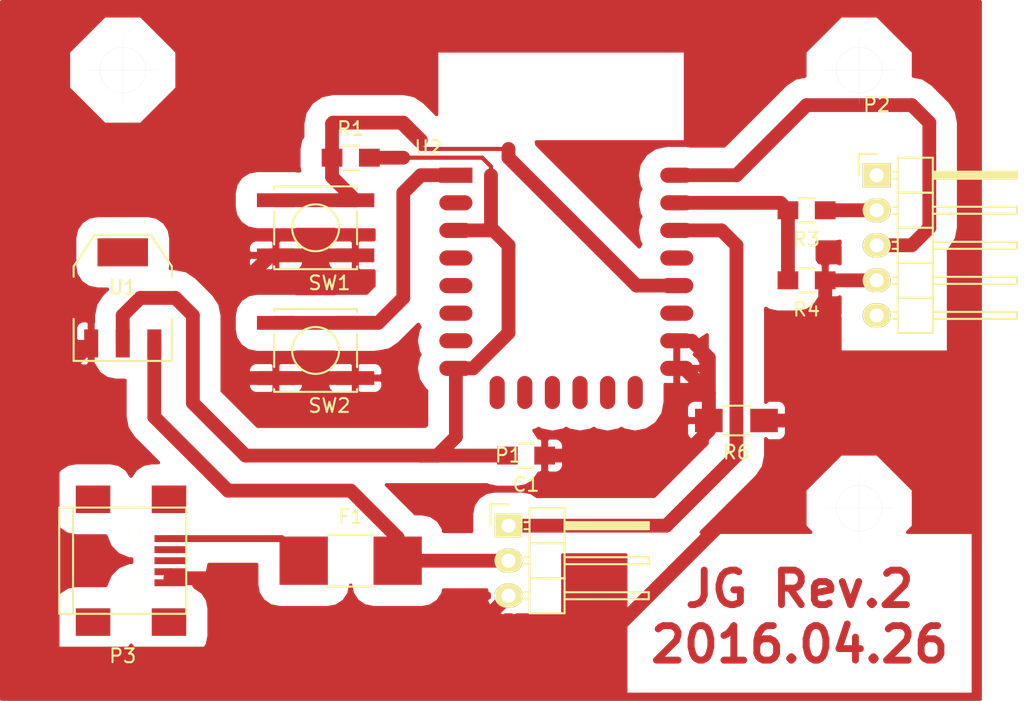
<source format=kicad_pcb>
(kicad_pcb (version 4) (host pcbnew 4.0.1-3.201512161002+6197~38~ubuntu14.04.1-stable)

  (general
    (links 31)
    (no_connects 1)
    (area 29.21 30.48 103.585001 81.280001)
    (thickness 1.6)
    (drawings 4)
    (tracks 119)
    (zones 0)
    (modules 13)
    (nets 28)
  )

  (page USLetter portrait)
  (layers
    (0 F.Cu signal)
    (31 B.Cu signal hide)
    (32 B.Adhes user)
    (33 F.Adhes user)
    (34 B.Paste user)
    (35 F.Paste user)
    (36 B.SilkS user)
    (37 F.SilkS user)
    (38 B.Mask user)
    (39 F.Mask user)
    (40 Dwgs.User user)
    (41 Cmts.User user)
    (42 Eco1.User user)
    (43 Eco2.User user)
    (44 Edge.Cuts user)
    (45 Margin user)
    (46 B.CrtYd user hide)
    (47 F.CrtYd user)
    (48 B.Fab user hide)
    (49 F.Fab user hide)
  )

  (setup
    (last_trace_width 1)
    (trace_clearance 0.2)
    (zone_clearance 1.5)
    (zone_45_only yes)
    (trace_min 0.2)
    (segment_width 0.2)
    (edge_width 0.01)
    (via_size 0.6)
    (via_drill 0.4)
    (via_min_size 0.4)
    (via_min_drill 0.3)
    (uvia_size 0.3)
    (uvia_drill 0.1)
    (uvias_allowed no)
    (uvia_min_size 0.2)
    (uvia_min_drill 0.1)
    (pcb_text_width 0.3)
    (pcb_text_size 1.5 1.5)
    (mod_edge_width 0.15)
    (mod_text_size 1 1)
    (mod_text_width 0.15)
    (pad_size 1.524 1.524)
    (pad_drill 0.762)
    (pad_to_mask_clearance 0.2)
    (aux_axis_origin 0 0)
    (visible_elements FFFFFF7F)
    (pcbplotparams
      (layerselection 0x00000_00000001)
      (usegerberextensions false)
      (excludeedgelayer false)
      (linewidth 0.100000)
      (plotframeref false)
      (viasonmask false)
      (mode 1)
      (useauxorigin false)
      (hpglpennumber 1)
      (hpglpenspeed 20)
      (hpglpendiameter 15)
      (hpglpenoverlay 2)
      (psnegative true)
      (psa4output false)
      (plotreference false)
      (plotvalue false)
      (plotinvisibletext false)
      (padsonsilk false)
      (subtractmaskfromsilk false)
      (outputformat 4)
      (mirror true)
      (drillshape 0)
      (scaleselection 1)
      (outputdirectory /media/sf_VirtualBoxShares/KiCad/2016.04.26_LightAlarmV2/))
  )

  (net 0 "")
  (net 1 GND)
  (net 2 +3V3)
  (net 3 /RST)
  (net 4 /5V)
  (net 5 /GPIO5)
  (net 6 /TX)
  (net 7 /RX)
  (net 8 /RXD)
  (net 9 "Net-(F1-Pad1)")
  (net 10 "Net-(P2-Pad1)")
  (net 11 "Net-(P2-Pad5)")
  (net 12 "Net-(P3-Pad2)")
  (net 13 "Net-(P3-Pad3)")
  (net 14 /GPIO0)
  (net 15 /CSO)
  (net 16 /MISO)
  (net 17 /GPIO9)
  (net 18 /GPIO10)
  (net 19 /MOSI)
  (net 20 /SCLK)
  (net 21 /ADC)
  (net 22 /GPIO16)
  (net 23 /GPIO14)
  (net 24 /GPIO12)
  (net 25 /GPIO13)
  (net 26 /GPIO2)
  (net 27 /GPIO4)

  (net_class Default "This is the default net class."
    (clearance 0.2)
    (trace_width 1)
    (via_dia 0.6)
    (via_drill 0.4)
    (uvia_dia 0.3)
    (uvia_drill 0.1)
    (add_net +3V3)
    (add_net /5V)
    (add_net /ADC)
    (add_net /CSO)
    (add_net /GPIO0)
    (add_net /GPIO10)
    (add_net /GPIO12)
    (add_net /GPIO13)
    (add_net /GPIO14)
    (add_net /GPIO16)
    (add_net /GPIO2)
    (add_net /GPIO4)
    (add_net /GPIO5)
    (add_net /GPIO9)
    (add_net /MISO)
    (add_net /MOSI)
    (add_net /RST)
    (add_net /RX)
    (add_net /RXD)
    (add_net /SCLK)
    (add_net /TX)
    (add_net GND)
    (add_net "Net-(F1-Pad1)")
    (add_net "Net-(P2-Pad1)")
    (add_net "Net-(P2-Pad5)")
    (add_net "Net-(P3-Pad2)")
    (add_net "Net-(P3-Pad3)")
  )

  (net_class Default_OriginalSettings ""
    (clearance 0.2)
    (trace_width 1)
    (via_dia 0.6)
    (via_drill 0.4)
    (uvia_dia 0.3)
    (uvia_drill 0.1)
  )

  (module TO_SOT_Packages_SMD:SOT-223 (layer F.Cu) (tedit 0) (tstamp 56C01CB4)
    (at 38.1 52.07)
    (descr "module CMS SOT223 4 pins")
    (tags "CMS SOT")
    (path /56C2BA46)
    (attr smd)
    (fp_text reference U1 (at 0 -0.762) (layer F.SilkS)
      (effects (font (size 1 1) (thickness 0.15)))
    )
    (fp_text value LM1117-SOT-223 (at 0 0.762) (layer F.Fab)
      (effects (font (size 1 1) (thickness 0.15)))
    )
    (fp_line (start -3.556 1.524) (end -3.556 4.572) (layer F.SilkS) (width 0.15))
    (fp_line (start -3.556 4.572) (end 3.556 4.572) (layer F.SilkS) (width 0.15))
    (fp_line (start 3.556 4.572) (end 3.556 1.524) (layer F.SilkS) (width 0.15))
    (fp_line (start -3.556 -1.524) (end -3.556 -2.286) (layer F.SilkS) (width 0.15))
    (fp_line (start -3.556 -2.286) (end -2.032 -4.572) (layer F.SilkS) (width 0.15))
    (fp_line (start -2.032 -4.572) (end 2.032 -4.572) (layer F.SilkS) (width 0.15))
    (fp_line (start 2.032 -4.572) (end 3.556 -2.286) (layer F.SilkS) (width 0.15))
    (fp_line (start 3.556 -2.286) (end 3.556 -1.524) (layer F.SilkS) (width 0.15))
    (pad 4 smd rect (at 0 -3.302) (size 3.6576 2.032) (layers F.Cu F.Paste F.Mask))
    (pad 2 smd rect (at 0 3.302) (size 1.016 2.032) (layers F.Cu F.Paste F.Mask)
      (net 2 +3V3))
    (pad 3 smd rect (at 2.286 3.302) (size 1.016 2.032) (layers F.Cu F.Paste F.Mask)
      (net 4 /5V))
    (pad 1 smd rect (at -2.286 3.302) (size 1.016 2.032) (layers F.Cu F.Paste F.Mask)
      (net 1 GND))
    (model TO_SOT_Packages_SMD.3dshapes/SOT-223.wrl
      (at (xyz 0 0 0))
      (scale (xyz 0.4 0.4 0.4))
      (rotate (xyz 0 0 0))
    )
  )

  (module Connect:USB_Mini-B (layer F.Cu) (tedit 5543E571) (tstamp 56C2B260)
    (at 38.1 71.12)
    (descr "USB Mini-B 5-pin SMD connector")
    (tags "USB USB_B USB_Mini connector")
    (path /56C2AB8D)
    (attr smd)
    (fp_text reference P3 (at 0 6.90118) (layer F.SilkS)
      (effects (font (size 1 1) (thickness 0.15)))
    )
    (fp_text value USB_B (at 0 -7.0993) (layer F.Fab)
      (effects (font (size 1 1) (thickness 0.15)))
    )
    (fp_line (start -4.85 -5.7) (end 4.85 -5.7) (layer F.CrtYd) (width 0.05))
    (fp_line (start 4.85 -5.7) (end 4.85 5.7) (layer F.CrtYd) (width 0.05))
    (fp_line (start 4.85 5.7) (end -4.85 5.7) (layer F.CrtYd) (width 0.05))
    (fp_line (start -4.85 5.7) (end -4.85 -5.7) (layer F.CrtYd) (width 0.05))
    (fp_line (start -3.59918 -3.85064) (end -3.59918 3.85064) (layer F.SilkS) (width 0.15))
    (fp_line (start -4.59994 -3.85064) (end -4.59994 3.85064) (layer F.SilkS) (width 0.15))
    (fp_line (start -4.59994 3.85064) (end 4.59994 3.85064) (layer F.SilkS) (width 0.15))
    (fp_line (start 4.59994 3.85064) (end 4.59994 -3.85064) (layer F.SilkS) (width 0.15))
    (fp_line (start 4.59994 -3.85064) (end -4.59994 -3.85064) (layer F.SilkS) (width 0.15))
    (pad 1 smd rect (at 3.44932 -1.6002) (size 2.30124 0.50038) (layers F.Cu F.Paste F.Mask)
      (net 9 "Net-(F1-Pad1)"))
    (pad 2 smd rect (at 3.44932 -0.8001) (size 2.30124 0.50038) (layers F.Cu F.Paste F.Mask)
      (net 12 "Net-(P3-Pad2)"))
    (pad 3 smd rect (at 3.44932 0) (size 2.30124 0.50038) (layers F.Cu F.Paste F.Mask)
      (net 13 "Net-(P3-Pad3)"))
    (pad 4 smd rect (at 3.44932 0.8001) (size 2.30124 0.50038) (layers F.Cu F.Paste F.Mask)
      (net 1 GND))
    (pad 5 smd rect (at 3.44932 1.6002) (size 2.30124 0.50038) (layers F.Cu F.Paste F.Mask)
      (net 1 GND))
    (pad 6 smd rect (at 3.35026 -4.45008) (size 2.49936 1.99898) (layers F.Cu F.Paste F.Mask))
    (pad 6 smd rect (at -2.14884 -4.45008) (size 2.49936 1.99898) (layers F.Cu F.Paste F.Mask))
    (pad 6 smd rect (at 3.35026 4.45008) (size 2.49936 1.99898) (layers F.Cu F.Paste F.Mask))
    (pad 6 smd rect (at -2.14884 4.45008) (size 2.49936 1.99898) (layers F.Cu F.Paste F.Mask))
    (pad "" np_thru_hole circle (at 0.8509 -2.19964) (size 0.89916 0.89916) (drill 0.89916) (layers *.Cu *.Mask F.SilkS))
    (pad "" np_thru_hole circle (at 0.8509 2.19964) (size 0.89916 0.89916) (drill 0.89916) (layers *.Cu *.Mask F.SilkS))
  )

  (module Resistors_SMD:R_0805_HandSoldering (layer F.Cu) (tedit 54189DEE) (tstamp 56A05A8A)
    (at 67.31 63.5 180)
    (descr "Resistor SMD 0805, hand soldering")
    (tags "resistor 0805")
    (path /569E4408)
    (attr smd)
    (fp_text reference C1 (at 0 -2.1 180) (layer F.SilkS)
      (effects (font (size 1 1) (thickness 0.15)))
    )
    (fp_text value 0.1uF (at 0 2.1 180) (layer F.Fab)
      (effects (font (size 1 1) (thickness 0.15)))
    )
    (fp_line (start -2.4 -1) (end 2.4 -1) (layer F.CrtYd) (width 0.05))
    (fp_line (start -2.4 1) (end 2.4 1) (layer F.CrtYd) (width 0.05))
    (fp_line (start -2.4 -1) (end -2.4 1) (layer F.CrtYd) (width 0.05))
    (fp_line (start 2.4 -1) (end 2.4 1) (layer F.CrtYd) (width 0.05))
    (fp_line (start 0.6 0.875) (end -0.6 0.875) (layer F.SilkS) (width 0.15))
    (fp_line (start -0.6 -0.875) (end 0.6 -0.875) (layer F.SilkS) (width 0.15))
    (pad 1 smd rect (at -1.35 0 180) (size 1.5 1.3) (layers F.Cu F.Paste F.Mask)
      (net 1 GND))
    (pad 2 smd rect (at 1.35 0 180) (size 1.5 1.3) (layers F.Cu F.Paste F.Mask)
      (net 2 +3V3))
    (model Resistors_SMD.3dshapes/R_0805_HandSoldering.wrl
      (at (xyz 0 0 0))
      (scale (xyz 1 1 1))
      (rotate (xyz 0 0 0))
    )
  )

  (module Resistors_SMD:R_1812_HandSoldering (layer F.Cu) (tedit 5572A996) (tstamp 56A05AA9)
    (at 54.61 71.12)
    (descr "Resistor SMD 1812, hand soldering, Panasonic (see ERJ12)")
    (tags "resistor 1812")
    (path /569DBE6A)
    (attr smd)
    (fp_text reference F1 (at 0 -3.175) (layer F.SilkS)
      (effects (font (size 1 1) (thickness 0.15)))
    )
    (fp_text value FUSE (at 0 3.175) (layer F.Fab)
      (effects (font (size 1 1) (thickness 0.15)))
    )
    (fp_line (start -5.4356 -2.2352) (end 5.4356 -2.2352) (layer F.CrtYd) (width 0.05))
    (fp_line (start 5.4356 -2.2352) (end 5.4356 2.2352) (layer F.CrtYd) (width 0.05))
    (fp_line (start 5.4356 2.2352) (end -5.4356 2.2352) (layer F.CrtYd) (width 0.05))
    (fp_line (start -5.4356 2.2352) (end -5.4356 -2.2352) (layer F.CrtYd) (width 0.05))
    (fp_line (start -1.7272 1.8796) (end 1.7272 1.8796) (layer F.SilkS) (width 0.15))
    (fp_line (start -1.7272 -1.8796) (end 1.7272 -1.8796) (layer F.SilkS) (width 0.15))
    (pad 1 smd rect (at -3.4036 0) (size 3.5 3.5) (layers F.Cu F.Paste F.Mask)
      (net 9 "Net-(F1-Pad1)"))
    (pad 2 smd rect (at 3.4036 0) (size 3.5 3.5) (layers F.Cu F.Paste F.Mask)
      (net 4 /5V))
  )

  (module Pin_Headers:Pin_Header_Angled_1x03 (layer F.Cu) (tedit 0) (tstamp 56A05AB0)
    (at 66.04 68.58)
    (descr "Through hole pin header")
    (tags "pin header")
    (path /569DF8C1)
    (fp_text reference P1 (at 0 -5.1) (layer F.SilkS)
      (effects (font (size 1 1) (thickness 0.15)))
    )
    (fp_text value CONN_01X03 (at 0 -3.1) (layer F.Fab)
      (effects (font (size 1 1) (thickness 0.15)))
    )
    (fp_line (start -1.5 -1.75) (end -1.5 6.85) (layer F.CrtYd) (width 0.05))
    (fp_line (start 10.65 -1.75) (end 10.65 6.85) (layer F.CrtYd) (width 0.05))
    (fp_line (start -1.5 -1.75) (end 10.65 -1.75) (layer F.CrtYd) (width 0.05))
    (fp_line (start -1.5 6.85) (end 10.65 6.85) (layer F.CrtYd) (width 0.05))
    (fp_line (start -1.3 -1.55) (end -1.3 0) (layer F.SilkS) (width 0.15))
    (fp_line (start 0 -1.55) (end -1.3 -1.55) (layer F.SilkS) (width 0.15))
    (fp_line (start 4.191 -0.127) (end 10.033 -0.127) (layer F.SilkS) (width 0.15))
    (fp_line (start 10.033 -0.127) (end 10.033 0.127) (layer F.SilkS) (width 0.15))
    (fp_line (start 10.033 0.127) (end 4.191 0.127) (layer F.SilkS) (width 0.15))
    (fp_line (start 4.191 0.127) (end 4.191 0) (layer F.SilkS) (width 0.15))
    (fp_line (start 4.191 0) (end 10.033 0) (layer F.SilkS) (width 0.15))
    (fp_line (start 1.524 -0.254) (end 1.143 -0.254) (layer F.SilkS) (width 0.15))
    (fp_line (start 1.524 0.254) (end 1.143 0.254) (layer F.SilkS) (width 0.15))
    (fp_line (start 1.524 2.286) (end 1.143 2.286) (layer F.SilkS) (width 0.15))
    (fp_line (start 1.524 2.794) (end 1.143 2.794) (layer F.SilkS) (width 0.15))
    (fp_line (start 1.524 4.826) (end 1.143 4.826) (layer F.SilkS) (width 0.15))
    (fp_line (start 1.524 5.334) (end 1.143 5.334) (layer F.SilkS) (width 0.15))
    (fp_line (start 4.064 1.27) (end 4.064 -1.27) (layer F.SilkS) (width 0.15))
    (fp_line (start 10.16 0.254) (end 4.064 0.254) (layer F.SilkS) (width 0.15))
    (fp_line (start 10.16 -0.254) (end 10.16 0.254) (layer F.SilkS) (width 0.15))
    (fp_line (start 4.064 -0.254) (end 10.16 -0.254) (layer F.SilkS) (width 0.15))
    (fp_line (start 1.524 1.27) (end 4.064 1.27) (layer F.SilkS) (width 0.15))
    (fp_line (start 1.524 -1.27) (end 1.524 1.27) (layer F.SilkS) (width 0.15))
    (fp_line (start 1.524 -1.27) (end 4.064 -1.27) (layer F.SilkS) (width 0.15))
    (fp_line (start 1.524 3.81) (end 4.064 3.81) (layer F.SilkS) (width 0.15))
    (fp_line (start 1.524 3.81) (end 1.524 6.35) (layer F.SilkS) (width 0.15))
    (fp_line (start 4.064 4.826) (end 10.16 4.826) (layer F.SilkS) (width 0.15))
    (fp_line (start 10.16 4.826) (end 10.16 5.334) (layer F.SilkS) (width 0.15))
    (fp_line (start 10.16 5.334) (end 4.064 5.334) (layer F.SilkS) (width 0.15))
    (fp_line (start 4.064 6.35) (end 4.064 3.81) (layer F.SilkS) (width 0.15))
    (fp_line (start 4.064 3.81) (end 4.064 1.27) (layer F.SilkS) (width 0.15))
    (fp_line (start 10.16 2.794) (end 4.064 2.794) (layer F.SilkS) (width 0.15))
    (fp_line (start 10.16 2.286) (end 10.16 2.794) (layer F.SilkS) (width 0.15))
    (fp_line (start 4.064 2.286) (end 10.16 2.286) (layer F.SilkS) (width 0.15))
    (fp_line (start 1.524 3.81) (end 4.064 3.81) (layer F.SilkS) (width 0.15))
    (fp_line (start 1.524 1.27) (end 1.524 3.81) (layer F.SilkS) (width 0.15))
    (fp_line (start 1.524 1.27) (end 4.064 1.27) (layer F.SilkS) (width 0.15))
    (fp_line (start 1.524 6.35) (end 4.064 6.35) (layer F.SilkS) (width 0.15))
    (pad 1 thru_hole rect (at 0 0) (size 2.032 1.7272) (drill 1.016) (layers *.Cu *.Mask F.SilkS)
      (net 5 /GPIO5))
    (pad 2 thru_hole oval (at 0 2.54) (size 2.032 1.7272) (drill 1.016) (layers *.Cu *.Mask F.SilkS)
      (net 4 /5V))
    (pad 3 thru_hole oval (at 0 5.08) (size 2.032 1.7272) (drill 1.016) (layers *.Cu *.Mask F.SilkS)
      (net 1 GND))
    (model Pin_Headers.3dshapes/Pin_Header_Angled_1x03.wrl
      (at (xyz 0 -0.1 0))
      (scale (xyz 1 1 1))
      (rotate (xyz 0 0 90))
    )
  )

  (module Pin_Headers:Pin_Header_Angled_1x05 (layer F.Cu) (tedit 0) (tstamp 56A05AB9)
    (at 92.71 43.18)
    (descr "Through hole pin header")
    (tags "pin header")
    (path /569DC1AA)
    (fp_text reference P2 (at 0 -5.1) (layer F.SilkS)
      (effects (font (size 1 1) (thickness 0.15)))
    )
    (fp_text value CONN_01X05 (at 0 -3.1) (layer F.Fab)
      (effects (font (size 1 1) (thickness 0.15)))
    )
    (fp_line (start -1.5 -1.75) (end -1.5 11.95) (layer F.CrtYd) (width 0.05))
    (fp_line (start 10.65 -1.75) (end 10.65 11.95) (layer F.CrtYd) (width 0.05))
    (fp_line (start -1.5 -1.75) (end 10.65 -1.75) (layer F.CrtYd) (width 0.05))
    (fp_line (start -1.5 11.95) (end 10.65 11.95) (layer F.CrtYd) (width 0.05))
    (fp_line (start -1.3 -1.55) (end -1.3 0) (layer F.SilkS) (width 0.15))
    (fp_line (start 0 -1.55) (end -1.3 -1.55) (layer F.SilkS) (width 0.15))
    (fp_line (start 4.191 -0.127) (end 10.033 -0.127) (layer F.SilkS) (width 0.15))
    (fp_line (start 10.033 -0.127) (end 10.033 0.127) (layer F.SilkS) (width 0.15))
    (fp_line (start 10.033 0.127) (end 4.191 0.127) (layer F.SilkS) (width 0.15))
    (fp_line (start 4.191 0.127) (end 4.191 0) (layer F.SilkS) (width 0.15))
    (fp_line (start 4.191 0) (end 10.033 0) (layer F.SilkS) (width 0.15))
    (fp_line (start 1.524 -0.254) (end 1.143 -0.254) (layer F.SilkS) (width 0.15))
    (fp_line (start 1.524 0.254) (end 1.143 0.254) (layer F.SilkS) (width 0.15))
    (fp_line (start 1.524 2.286) (end 1.143 2.286) (layer F.SilkS) (width 0.15))
    (fp_line (start 1.524 2.794) (end 1.143 2.794) (layer F.SilkS) (width 0.15))
    (fp_line (start 1.524 4.826) (end 1.143 4.826) (layer F.SilkS) (width 0.15))
    (fp_line (start 1.524 5.334) (end 1.143 5.334) (layer F.SilkS) (width 0.15))
    (fp_line (start 1.524 7.366) (end 1.143 7.366) (layer F.SilkS) (width 0.15))
    (fp_line (start 1.524 7.874) (end 1.143 7.874) (layer F.SilkS) (width 0.15))
    (fp_line (start 1.524 10.414) (end 1.143 10.414) (layer F.SilkS) (width 0.15))
    (fp_line (start 1.524 9.906) (end 1.143 9.906) (layer F.SilkS) (width 0.15))
    (fp_line (start 4.064 1.27) (end 4.064 -1.27) (layer F.SilkS) (width 0.15))
    (fp_line (start 10.16 0.254) (end 4.064 0.254) (layer F.SilkS) (width 0.15))
    (fp_line (start 10.16 -0.254) (end 10.16 0.254) (layer F.SilkS) (width 0.15))
    (fp_line (start 4.064 -0.254) (end 10.16 -0.254) (layer F.SilkS) (width 0.15))
    (fp_line (start 1.524 1.27) (end 4.064 1.27) (layer F.SilkS) (width 0.15))
    (fp_line (start 1.524 -1.27) (end 1.524 1.27) (layer F.SilkS) (width 0.15))
    (fp_line (start 1.524 -1.27) (end 4.064 -1.27) (layer F.SilkS) (width 0.15))
    (fp_line (start 1.524 3.81) (end 4.064 3.81) (layer F.SilkS) (width 0.15))
    (fp_line (start 1.524 3.81) (end 1.524 6.35) (layer F.SilkS) (width 0.15))
    (fp_line (start 1.524 6.35) (end 4.064 6.35) (layer F.SilkS) (width 0.15))
    (fp_line (start 4.064 4.826) (end 10.16 4.826) (layer F.SilkS) (width 0.15))
    (fp_line (start 10.16 4.826) (end 10.16 5.334) (layer F.SilkS) (width 0.15))
    (fp_line (start 10.16 5.334) (end 4.064 5.334) (layer F.SilkS) (width 0.15))
    (fp_line (start 4.064 6.35) (end 4.064 3.81) (layer F.SilkS) (width 0.15))
    (fp_line (start 4.064 3.81) (end 4.064 1.27) (layer F.SilkS) (width 0.15))
    (fp_line (start 10.16 2.794) (end 4.064 2.794) (layer F.SilkS) (width 0.15))
    (fp_line (start 10.16 2.286) (end 10.16 2.794) (layer F.SilkS) (width 0.15))
    (fp_line (start 4.064 2.286) (end 10.16 2.286) (layer F.SilkS) (width 0.15))
    (fp_line (start 1.524 3.81) (end 4.064 3.81) (layer F.SilkS) (width 0.15))
    (fp_line (start 1.524 1.27) (end 1.524 3.81) (layer F.SilkS) (width 0.15))
    (fp_line (start 1.524 1.27) (end 4.064 1.27) (layer F.SilkS) (width 0.15))
    (fp_line (start 1.524 8.89) (end 4.064 8.89) (layer F.SilkS) (width 0.15))
    (fp_line (start 1.524 8.89) (end 1.524 11.43) (layer F.SilkS) (width 0.15))
    (fp_line (start 1.524 11.43) (end 4.064 11.43) (layer F.SilkS) (width 0.15))
    (fp_line (start 4.064 9.906) (end 10.16 9.906) (layer F.SilkS) (width 0.15))
    (fp_line (start 10.16 9.906) (end 10.16 10.414) (layer F.SilkS) (width 0.15))
    (fp_line (start 10.16 10.414) (end 4.064 10.414) (layer F.SilkS) (width 0.15))
    (fp_line (start 4.064 11.43) (end 4.064 8.89) (layer F.SilkS) (width 0.15))
    (fp_line (start 4.064 8.89) (end 4.064 6.35) (layer F.SilkS) (width 0.15))
    (fp_line (start 10.16 7.874) (end 4.064 7.874) (layer F.SilkS) (width 0.15))
    (fp_line (start 10.16 7.366) (end 10.16 7.874) (layer F.SilkS) (width 0.15))
    (fp_line (start 4.064 7.366) (end 10.16 7.366) (layer F.SilkS) (width 0.15))
    (fp_line (start 1.524 8.89) (end 4.064 8.89) (layer F.SilkS) (width 0.15))
    (fp_line (start 1.524 6.35) (end 1.524 8.89) (layer F.SilkS) (width 0.15))
    (fp_line (start 1.524 6.35) (end 4.064 6.35) (layer F.SilkS) (width 0.15))
    (pad 1 thru_hole rect (at 0 0) (size 2.032 1.7272) (drill 1.016) (layers *.Cu *.Mask F.SilkS)
      (net 10 "Net-(P2-Pad1)"))
    (pad 2 thru_hole oval (at 0 2.54) (size 2.032 1.7272) (drill 1.016) (layers *.Cu *.Mask F.SilkS)
      (net 6 /TX))
    (pad 3 thru_hole oval (at 0 5.08) (size 2.032 1.7272) (drill 1.016) (layers *.Cu *.Mask F.SilkS)
      (net 7 /RX))
    (pad 4 thru_hole oval (at 0 7.62) (size 2.032 1.7272) (drill 1.016) (layers *.Cu *.Mask F.SilkS)
      (net 1 GND))
    (pad 5 thru_hole oval (at 0 10.16) (size 2.032 1.7272) (drill 1.016) (layers *.Cu *.Mask F.SilkS)
      (net 11 "Net-(P2-Pad5)"))
    (model Pin_Headers.3dshapes/Pin_Header_Angled_1x05.wrl
      (at (xyz 0 -0.2 0))
      (scale (xyz 1 1 1))
      (rotate (xyz 0 0 90))
    )
  )

  (module Resistors_SMD:R_0805_HandSoldering (layer F.Cu) (tedit 54189DEE) (tstamp 56A05ABF)
    (at 54.61 41.91)
    (descr "Resistor SMD 0805, hand soldering")
    (tags "resistor 0805")
    (path /569DB9E4)
    (attr smd)
    (fp_text reference R1 (at 0 -2.1) (layer F.SilkS)
      (effects (font (size 1 1) (thickness 0.15)))
    )
    (fp_text value R (at 0 2.1) (layer F.Fab)
      (effects (font (size 1 1) (thickness 0.15)))
    )
    (fp_line (start -2.4 -1) (end 2.4 -1) (layer F.CrtYd) (width 0.05))
    (fp_line (start -2.4 1) (end 2.4 1) (layer F.CrtYd) (width 0.05))
    (fp_line (start -2.4 -1) (end -2.4 1) (layer F.CrtYd) (width 0.05))
    (fp_line (start 2.4 -1) (end 2.4 1) (layer F.CrtYd) (width 0.05))
    (fp_line (start 0.6 0.875) (end -0.6 0.875) (layer F.SilkS) (width 0.15))
    (fp_line (start -0.6 -0.875) (end 0.6 -0.875) (layer F.SilkS) (width 0.15))
    (pad 1 smd rect (at -1.35 0) (size 1.5 1.3) (layers F.Cu F.Paste F.Mask)
      (net 14 /GPIO0))
    (pad 2 smd rect (at 1.35 0) (size 1.5 1.3) (layers F.Cu F.Paste F.Mask)
      (net 2 +3V3))
    (model Resistors_SMD.3dshapes/R_0805_HandSoldering.wrl
      (at (xyz 0 0 0))
      (scale (xyz 1 1 1))
      (rotate (xyz 0 0 0))
    )
  )

  (module Resistors_SMD:R_0805_HandSoldering (layer F.Cu) (tedit 54189DEE) (tstamp 56A05ACB)
    (at 87.63 45.72 180)
    (descr "Resistor SMD 0805, hand soldering")
    (tags "resistor 0805")
    (path /569DCE2C)
    (attr smd)
    (fp_text reference R3 (at 0 -2.1 180) (layer F.SilkS)
      (effects (font (size 1 1) (thickness 0.15)))
    )
    (fp_text value 10k (at 0 2.1 180) (layer F.Fab)
      (effects (font (size 1 1) (thickness 0.15)))
    )
    (fp_line (start -2.4 -1) (end 2.4 -1) (layer F.CrtYd) (width 0.05))
    (fp_line (start -2.4 1) (end 2.4 1) (layer F.CrtYd) (width 0.05))
    (fp_line (start -2.4 -1) (end -2.4 1) (layer F.CrtYd) (width 0.05))
    (fp_line (start 2.4 -1) (end 2.4 1) (layer F.CrtYd) (width 0.05))
    (fp_line (start 0.6 0.875) (end -0.6 0.875) (layer F.SilkS) (width 0.15))
    (fp_line (start -0.6 -0.875) (end 0.6 -0.875) (layer F.SilkS) (width 0.15))
    (pad 1 smd rect (at -1.35 0 180) (size 1.5 1.3) (layers F.Cu F.Paste F.Mask)
      (net 6 /TX))
    (pad 2 smd rect (at 1.35 0 180) (size 1.5 1.3) (layers F.Cu F.Paste F.Mask)
      (net 8 /RXD))
    (model Resistors_SMD.3dshapes/R_0805_HandSoldering.wrl
      (at (xyz 0 0 0))
      (scale (xyz 1 1 1))
      (rotate (xyz 0 0 0))
    )
  )

  (module Resistors_SMD:R_0805_HandSoldering (layer F.Cu) (tedit 54189DEE) (tstamp 56A05AD1)
    (at 87.63 50.8 180)
    (descr "Resistor SMD 0805, hand soldering")
    (tags "resistor 0805")
    (path /569DCDEF)
    (attr smd)
    (fp_text reference R4 (at 0 -2.1 180) (layer F.SilkS)
      (effects (font (size 1 1) (thickness 0.15)))
    )
    (fp_text value 20k (at 0 2.1 180) (layer F.Fab)
      (effects (font (size 1 1) (thickness 0.15)))
    )
    (fp_line (start -2.4 -1) (end 2.4 -1) (layer F.CrtYd) (width 0.05))
    (fp_line (start -2.4 1) (end 2.4 1) (layer F.CrtYd) (width 0.05))
    (fp_line (start -2.4 -1) (end -2.4 1) (layer F.CrtYd) (width 0.05))
    (fp_line (start 2.4 -1) (end 2.4 1) (layer F.CrtYd) (width 0.05))
    (fp_line (start 0.6 0.875) (end -0.6 0.875) (layer F.SilkS) (width 0.15))
    (fp_line (start -0.6 -0.875) (end 0.6 -0.875) (layer F.SilkS) (width 0.15))
    (pad 1 smd rect (at -1.35 0 180) (size 1.5 1.3) (layers F.Cu F.Paste F.Mask)
      (net 1 GND))
    (pad 2 smd rect (at 1.35 0 180) (size 1.5 1.3) (layers F.Cu F.Paste F.Mask)
      (net 8 /RXD))
    (model Resistors_SMD.3dshapes/R_0805_HandSoldering.wrl
      (at (xyz 0 0 0))
      (scale (xyz 1 1 1))
      (rotate (xyz 0 0 0))
    )
  )

  (module Buttons_Switches_SMD:SW_SPST_EVPBF (layer F.Cu) (tedit 55DAF9A7) (tstamp 56A05AD9)
    (at 52.07 46.99 180)
    (descr "Light Touch Switch")
    (path /569DB99D)
    (attr smd)
    (fp_text reference SW1 (at -1 -4 180) (layer F.SilkS)
      (effects (font (size 1 1) (thickness 0.15)))
    )
    (fp_text value SW_PUSH (at 0 0 180) (layer F.Fab)
      (effects (font (size 1 1) (thickness 0.15)))
    )
    (fp_line (start -4.5 -3.25) (end 4.5 -3.25) (layer F.CrtYd) (width 0.05))
    (fp_line (start 4.5 -3.25) (end 4.5 3.25) (layer F.CrtYd) (width 0.05))
    (fp_line (start 4.5 3.25) (end -4.5 3.25) (layer F.CrtYd) (width 0.05))
    (fp_line (start -4.5 3.25) (end -4.5 -3.25) (layer F.CrtYd) (width 0.05))
    (fp_line (start 3 -3) (end 3 -2.8) (layer F.SilkS) (width 0.15))
    (fp_line (start 3 3) (end 3 2.8) (layer F.SilkS) (width 0.15))
    (fp_line (start -3 3) (end -3 2.8) (layer F.SilkS) (width 0.15))
    (fp_line (start -3 -3) (end -3 -2.8) (layer F.SilkS) (width 0.15))
    (fp_line (start -3 -1.2) (end -3 1.2) (layer F.SilkS) (width 0.15))
    (fp_line (start 3 -1.2) (end 3 1.2) (layer F.SilkS) (width 0.15))
    (fp_line (start 3 -3) (end -3 -3) (layer F.SilkS) (width 0.15))
    (fp_line (start -3 3) (end 3 3) (layer F.SilkS) (width 0.15))
    (fp_circle (center 0 0) (end 1.7 0) (layer F.SilkS) (width 0.15))
    (pad 1 smd rect (at 2.875 -2 180) (size 2.75 1) (layers F.Cu F.Paste F.Mask)
      (net 1 GND))
    (pad 1 smd rect (at -2.875 -2 180) (size 2.75 1) (layers F.Cu F.Paste F.Mask)
      (net 1 GND))
    (pad 2 smd rect (at -2.875 2 180) (size 2.75 1) (layers F.Cu F.Paste F.Mask)
      (net 14 /GPIO0))
    (pad 2 smd rect (at 2.875 2 180) (size 2.75 1) (layers F.Cu F.Paste F.Mask)
      (net 14 /GPIO0))
  )

  (module Buttons_Switches_SMD:SW_SPST_EVPBF (layer F.Cu) (tedit 55DAF9A7) (tstamp 56A05AE1)
    (at 52.07 55.88 180)
    (descr "Light Touch Switch")
    (path /569DB7AD)
    (attr smd)
    (fp_text reference SW2 (at -1 -4 180) (layer F.SilkS)
      (effects (font (size 1 1) (thickness 0.15)))
    )
    (fp_text value SW_PUSH (at 0 0 180) (layer F.Fab)
      (effects (font (size 1 1) (thickness 0.15)))
    )
    (fp_line (start -4.5 -3.25) (end 4.5 -3.25) (layer F.CrtYd) (width 0.05))
    (fp_line (start 4.5 -3.25) (end 4.5 3.25) (layer F.CrtYd) (width 0.05))
    (fp_line (start 4.5 3.25) (end -4.5 3.25) (layer F.CrtYd) (width 0.05))
    (fp_line (start -4.5 3.25) (end -4.5 -3.25) (layer F.CrtYd) (width 0.05))
    (fp_line (start 3 -3) (end 3 -2.8) (layer F.SilkS) (width 0.15))
    (fp_line (start 3 3) (end 3 2.8) (layer F.SilkS) (width 0.15))
    (fp_line (start -3 3) (end -3 2.8) (layer F.SilkS) (width 0.15))
    (fp_line (start -3 -3) (end -3 -2.8) (layer F.SilkS) (width 0.15))
    (fp_line (start -3 -1.2) (end -3 1.2) (layer F.SilkS) (width 0.15))
    (fp_line (start 3 -1.2) (end 3 1.2) (layer F.SilkS) (width 0.15))
    (fp_line (start 3 -3) (end -3 -3) (layer F.SilkS) (width 0.15))
    (fp_line (start -3 3) (end 3 3) (layer F.SilkS) (width 0.15))
    (fp_circle (center 0 0) (end 1.7 0) (layer F.SilkS) (width 0.15))
    (pad 1 smd rect (at 2.875 -2 180) (size 2.75 1) (layers F.Cu F.Paste F.Mask)
      (net 1 GND))
    (pad 1 smd rect (at -2.875 -2 180) (size 2.75 1) (layers F.Cu F.Paste F.Mask)
      (net 1 GND))
    (pad 2 smd rect (at -2.875 2 180) (size 2.75 1) (layers F.Cu F.Paste F.Mask)
      (net 3 /RST))
    (pad 2 smd rect (at 2.875 2 180) (size 2.75 1) (layers F.Cu F.Paste F.Mask)
      (net 3 /RST))
  )

  (module ESP8266:ESP-12E (layer F.Cu) (tedit 559F8D21) (tstamp 56A05B03)
    (at 62.23 43.18)
    (descr "Module, ESP-8266, ESP-12, 16 pad, SMD")
    (tags "Module ESP-8266 ESP8266")
    (path /569DB689)
    (fp_text reference U2 (at -2 -2) (layer F.SilkS)
      (effects (font (size 1 1) (thickness 0.15)))
    )
    (fp_text value ESP-12E (at 8 1) (layer F.Fab)
      (effects (font (size 1 1) (thickness 0.15)))
    )
    (fp_line (start 16 -8.4) (end 0 -2.6) (layer F.CrtYd) (width 0.1524))
    (fp_line (start 0 -8.4) (end 16 -2.6) (layer F.CrtYd) (width 0.1524))
    (fp_text user "No Copper" (at 7.9 -5.4) (layer F.CrtYd)
      (effects (font (size 1 1) (thickness 0.15)))
    )
    (fp_line (start 0 -8.4) (end 0 -2.6) (layer F.CrtYd) (width 0.1524))
    (fp_line (start 0 -2.6) (end 16 -2.6) (layer F.CrtYd) (width 0.1524))
    (fp_line (start 16 -2.6) (end 16 -8.4) (layer F.CrtYd) (width 0.1524))
    (fp_line (start 16 -8.4) (end 0 -8.4) (layer F.CrtYd) (width 0.1524))
    (fp_line (start 16 -8.4) (end 16 15.6) (layer F.Fab) (width 0.1524))
    (fp_line (start 16 15.6) (end 0 15.6) (layer F.Fab) (width 0.1524))
    (fp_line (start 0 15.6) (end 0 -8.4) (layer F.Fab) (width 0.1524))
    (fp_line (start 0 -8.4) (end 16 -8.4) (layer F.Fab) (width 0.1524))
    (pad 9 smd oval (at 2.99 15.75 90) (size 2.4 1.1) (layers F.Cu F.Paste F.Mask)
      (net 15 /CSO))
    (pad 10 smd oval (at 4.99 15.75 90) (size 2.4 1.1) (layers F.Cu F.Paste F.Mask)
      (net 16 /MISO))
    (pad 11 smd oval (at 6.99 15.75 90) (size 2.4 1.1) (layers F.Cu F.Paste F.Mask)
      (net 17 /GPIO9))
    (pad 12 smd oval (at 8.99 15.75 90) (size 2.4 1.1) (layers F.Cu F.Paste F.Mask)
      (net 18 /GPIO10))
    (pad 13 smd oval (at 10.99 15.75 90) (size 2.4 1.1) (layers F.Cu F.Paste F.Mask)
      (net 19 /MOSI))
    (pad 14 smd oval (at 12.99 15.75 90) (size 2.4 1.1) (layers F.Cu F.Paste F.Mask)
      (net 20 /SCLK))
    (pad 1 smd rect (at 0 0) (size 2.4 1.1) (layers F.Cu F.Paste F.Mask)
      (net 3 /RST))
    (pad 2 smd oval (at 0 2) (size 2.4 1.1) (layers F.Cu F.Paste F.Mask)
      (net 21 /ADC))
    (pad 3 smd oval (at 0 4) (size 2.4 1.1) (layers F.Cu F.Paste F.Mask)
      (net 2 +3V3))
    (pad 4 smd oval (at 0 6) (size 2.4 1.1) (layers F.Cu F.Paste F.Mask)
      (net 22 /GPIO16))
    (pad 5 smd oval (at 0 8) (size 2.4 1.1) (layers F.Cu F.Paste F.Mask)
      (net 23 /GPIO14))
    (pad 6 smd oval (at 0 10) (size 2.4 1.1) (layers F.Cu F.Paste F.Mask)
      (net 24 /GPIO12))
    (pad 7 smd oval (at 0 12) (size 2.4 1.1) (layers F.Cu F.Paste F.Mask)
      (net 25 /GPIO13))
    (pad 8 smd oval (at 0 14) (size 2.4 1.1) (layers F.Cu F.Paste F.Mask)
      (net 2 +3V3))
    (pad 15 smd oval (at 16 14) (size 2.4 1.1) (layers F.Cu F.Paste F.Mask)
      (net 1 GND))
    (pad 16 smd oval (at 16 12) (size 2.4 1.1) (layers F.Cu F.Paste F.Mask)
      (net 1 GND))
    (pad 17 smd oval (at 16 10) (size 2.4 1.1) (layers F.Cu F.Paste F.Mask)
      (net 26 /GPIO2))
    (pad 18 smd oval (at 16 8) (size 2.4 1.1) (layers F.Cu F.Paste F.Mask)
      (net 14 /GPIO0))
    (pad 19 smd oval (at 16 6) (size 2.4 1.1) (layers F.Cu F.Paste F.Mask)
      (net 27 /GPIO4))
    (pad 20 smd oval (at 16 4) (size 2.4 1.1) (layers F.Cu F.Paste F.Mask)
      (net 5 /GPIO5))
    (pad 21 smd oval (at 16 2) (size 2.4 1.1) (layers F.Cu F.Paste F.Mask)
      (net 8 /RXD))
    (pad 22 smd oval (at 16 0) (size 2.4 1.1) (layers F.Cu F.Paste F.Mask)
      (net 7 /RX))
  )

  (module Resistors_SMD:R_1206_HandSoldering (layer F.Cu) (tedit 5418A20D) (tstamp 56A1C142)
    (at 82.55 60.96 180)
    (descr "Resistor SMD 1206, hand soldering")
    (tags "resistor 1206")
    (path /56A1C92E)
    (attr smd)
    (fp_text reference R6 (at 0 -2.3 180) (layer F.SilkS)
      (effects (font (size 1 1) (thickness 0.15)))
    )
    (fp_text value "0 Ohm" (at 0 2.3 180) (layer F.Fab)
      (effects (font (size 1 1) (thickness 0.15)))
    )
    (fp_line (start -3.3 -1.2) (end 3.3 -1.2) (layer F.CrtYd) (width 0.05))
    (fp_line (start -3.3 1.2) (end 3.3 1.2) (layer F.CrtYd) (width 0.05))
    (fp_line (start -3.3 -1.2) (end -3.3 1.2) (layer F.CrtYd) (width 0.05))
    (fp_line (start 3.3 -1.2) (end 3.3 1.2) (layer F.CrtYd) (width 0.05))
    (fp_line (start 1 1.075) (end -1 1.075) (layer F.SilkS) (width 0.15))
    (fp_line (start -1 -1.075) (end 1 -1.075) (layer F.SilkS) (width 0.15))
    (pad 1 smd rect (at -2 0 180) (size 2 1.7) (layers F.Cu F.Paste F.Mask)
      (net 1 GND))
    (pad 2 smd rect (at 2 0 180) (size 2 1.7) (layers F.Cu F.Paste F.Mask)
      (net 1 GND))
    (model Resistors_SMD.3dshapes/R_1206_HandSoldering.wrl
      (at (xyz 0 0 0))
      (scale (xyz 1 1 1))
      (rotate (xyz 0 0 0))
    )
  )

  (target plus (at 91.44 67.31) (size 5) (width 0.01) (layer Edge.Cuts))
  (target plus (at 91.44 35.56) (size 5) (width 0.01) (layer Edge.Cuts))
  (target plus (at 38.1 35.56) (size 5) (width 0.01) (layer Edge.Cuts))
  (gr_text "JG Rev.2\n2016.04.26" (at 87.122 75.184) (layer F.Cu)
    (effects (font (size 2.5 2.5) (thickness 0.5)))
  )

  (segment (start 78.23 55.18) (end 79.31 55.18) (width 1) (layer F.Cu) (net 1))
  (segment (start 79.31 55.18) (end 80.55 56.42) (width 1) (layer F.Cu) (net 1) (tstamp 57201B69))
  (segment (start 80.55 56.42) (end 80.55 60.96) (width 1) (layer F.Cu) (net 1) (tstamp 57201B6A))
  (segment (start 49.195 48.99) (end 54.945 48.99) (width 1) (layer F.Cu) (net 1))
  (segment (start 49.195 48.99) (end 48.8 48.99) (width 1) (layer F.Cu) (net 1))
  (segment (start 48.8 48.99) (end 45.72 52.07) (width 1) (layer F.Cu) (net 1) (tstamp 57201B3F))
  (segment (start 33.02 58.42) (end 33.02 46.99) (width 1) (layer F.Cu) (net 1))
  (segment (start 46.45 57.88) (end 49.195 57.88) (width 1) (layer F.Cu) (net 1) (tstamp 57201B3C))
  (segment (start 45.72 57.15) (end 46.45 57.88) (width 1) (layer F.Cu) (net 1) (tstamp 57201B3B))
  (segment (start 45.72 49.53) (end 45.72 52.07) (width 1) (layer F.Cu) (net 1) (tstamp 57201B39))
  (segment (start 45.72 52.07) (end 45.72 57.15) (width 1) (layer F.Cu) (net 1) (tstamp 57201B42))
  (segment (start 40.64 44.45) (end 45.72 49.53) (width 1) (layer F.Cu) (net 1) (tstamp 57201B37))
  (segment (start 35.56 44.45) (end 40.64 44.45) (width 1) (layer F.Cu) (net 1) (tstamp 57201B36))
  (segment (start 33.02 46.99) (end 35.56 44.45) (width 1) (layer F.Cu) (net 1) (tstamp 57201B35))
  (segment (start 49.195 48.99) (end 48.99 48.99) (width 1) (layer F.Cu) (net 1) (status 30))
  (segment (start 49.195 57.88) (end 54.945 57.88) (width 1) (layer F.Cu) (net 1) (status 30))
  (segment (start 33.02 63.5) (end 33.02 58.42) (width 1) (layer F.Cu) (net 1))
  (segment (start 33.02 58.42) (end 33.02 58.166) (width 1) (layer F.Cu) (net 1) (tstamp 57201A15))
  (segment (start 33.02 58.166) (end 35.814 55.372) (width 1) (layer F.Cu) (net 1) (tstamp 572019B4))
  (segment (start 80.55 60.96) (end 80.55 61.69) (width 1) (layer F.Cu) (net 1))
  (segment (start 80.55 61.69) (end 78.74 63.5) (width 1) (layer F.Cu) (net 1) (tstamp 56C2C467))
  (segment (start 78.74 63.5) (end 68.66 63.5) (width 1) (layer F.Cu) (net 1) (tstamp 56C2C468))
  (segment (start 80.55 60.96) (end 80.55 58.96) (width 1) (layer F.Cu) (net 1))
  (segment (start 80.55 58.96) (end 78.77 57.18) (width 1) (layer F.Cu) (net 1) (tstamp 56C2C463))
  (segment (start 78.77 57.18) (end 78.23 57.18) (width 1) (layer F.Cu) (net 1) (tstamp 56C2C464))
  (segment (start 84.55 60.96) (end 88.98 60.96) (width 1) (layer F.Cu) (net 1))
  (segment (start 88.98 60.96) (end 88.9 60.96) (width 1) (layer F.Cu) (net 1) (tstamp 56C2C45E))
  (segment (start 88.9 60.96) (end 88.98 60.96) (width 1) (layer F.Cu) (net 1) (tstamp 56C2C460))
  (segment (start 46.101 77.851) (end 48.26 76.2) (width 1) (layer F.Cu) (net 1) (tstamp 56C2C2B5))
  (segment (start 33.02 77.851) (end 46.101 77.851) (width 1) (layer F.Cu) (net 1) (tstamp 56C2C2B4))
  (segment (start 33.02 77.851) (end 33.02 77.851) (width 1) (layer F.Cu) (net 1) (tstamp 56C2C2B3))
  (segment (start 33.02 63.5) (end 33.02 77.851) (width 1) (layer F.Cu) (net 1) (tstamp 56C2C2B2))
  (segment (start 33.02 63.5) (end 33.02 63.5) (width 1) (layer F.Cu) (net 1) (tstamp 56C2C2B1))
  (segment (start 63.5 76.2) (end 73.66 76.2) (width 1) (layer F.Cu) (net 1))
  (segment (start 87.63 62.23) (end 88.98 60.96) (width 1) (layer F.Cu) (net 1) (tstamp 56C2C271))
  (segment (start 88.98 60.96) (end 88.98 50.8) (width 1) (layer F.Cu) (net 1) (tstamp 56C2C461))
  (segment (start 73.66 76.2) (end 87.63 62.23) (width 1) (layer F.Cu) (net 1) (tstamp 56C2C26F))
  (segment (start 35.56 55.626) (end 35.814 55.372) (width 1) (layer F.Cu) (net 1) (tstamp 56C2BEDA))
  (segment (start 41.54932 72.39) (end 44.45 72.39) (width 1) (layer F.Cu) (net 1))
  (segment (start 44.45 72.39) (end 48.26 76.2) (width 1) (layer F.Cu) (net 1) (tstamp 56C2BDC1))
  (segment (start 63.5 76.2) (end 66.04 73.66) (width 1) (layer F.Cu) (net 1) (tstamp 56C2BDC3))
  (segment (start 48.26 76.2) (end 63.5 76.2) (width 1) (layer F.Cu) (net 1) (tstamp 56C2BDC2))
  (segment (start 41.54932 71.9201) (end 41.54932 72.39) (width 0.5) (layer F.Cu) (net 1) (status 10))
  (segment (start 41.54932 72.39) (end 41.54932 72.7202) (width 0.5) (layer F.Cu) (net 1) (tstamp 56C2BDBF) (status 20))
  (segment (start 88.98 50.8) (end 92.71 50.8) (width 1) (layer F.Cu) (net 1) (status 20))
  (segment (start 64.77 47.18) (end 64.77 43.18) (width 1) (layer F.Cu) (net 2))
  (segment (start 55.96 41.91) (end 58.42 41.91) (width 1) (layer F.Cu) (net 2))
  (segment (start 64.77 42.545) (end 64.135 41.91) (width 0.3) (layer F.Cu) (net 2) (tstamp 57201D65))
  (segment (start 64.77 43.18) (end 64.77 42.545) (width 0.3) (layer F.Cu) (net 2) (tstamp 57205180))
  (segment (start 58.42 41.91) (end 64.135 41.91) (width 0.3) (layer F.Cu) (net 2) (tstamp 57205178))
  (segment (start 62.23 47.18) (end 64.77 47.18) (width 1) (layer F.Cu) (net 2))
  (segment (start 64.77 47.18) (end 64.96 47.18) (width 1) (layer F.Cu) (net 2) (tstamp 5720517C))
  (segment (start 63.47 57.18) (end 62.23 57.18) (width 1) (layer F.Cu) (net 2) (tstamp 5720513F))
  (segment (start 66.04 54.61) (end 63.47 57.18) (width 1) (layer F.Cu) (net 2) (tstamp 5720513E))
  (segment (start 66.04 48.26) (end 66.04 54.61) (width 1) (layer F.Cu) (net 2) (tstamp 5720513C))
  (segment (start 64.96 47.18) (end 66.04 48.26) (width 1) (layer F.Cu) (net 2) (tstamp 57205139))
  (segment (start 63.945 47.18) (end 64.77 46.355) (width 0.3) (layer F.Cu) (net 2) (tstamp 57201D62))
  (segment (start 63.945 47.18) (end 62.23 47.18) (width 0.3) (layer F.Cu) (net 2))
  (segment (start 64.77 46.355) (end 64.77 43.18) (width 0.3) (layer F.Cu) (net 2) (tstamp 57201D64))
  (segment (start 38.1 55.372) (end 38.1 53.34) (width 1) (layer F.Cu) (net 2))
  (segment (start 46.99 63.5) (end 59.69 63.5) (width 1) (layer F.Cu) (net 2) (tstamp 56C2C313))
  (segment (start 43.18 59.69) (end 46.99 63.5) (width 1) (layer F.Cu) (net 2) (tstamp 56C2C312))
  (segment (start 43.18 53.34) (end 43.18 59.69) (width 1) (layer F.Cu) (net 2) (tstamp 56C2C311))
  (segment (start 41.91 52.07) (end 43.18 53.34) (width 1) (layer F.Cu) (net 2) (tstamp 56C2C310))
  (segment (start 39.37 52.07) (end 41.91 52.07) (width 1) (layer F.Cu) (net 2) (tstamp 56C2C30F))
  (segment (start 38.1 53.34) (end 39.37 52.07) (width 1) (layer F.Cu) (net 2) (tstamp 56C2C30E))
  (segment (start 65.96 63.5) (end 59.69 63.5) (width 1) (layer F.Cu) (net 2))
  (segment (start 62.23 57.18) (end 62.23 62.15) (width 1) (layer F.Cu) (net 2))
  (segment (start 62.23 62.15) (end 60.88 63.5) (width 1) (layer F.Cu) (net 2) (tstamp 56A1BA25))
  (segment (start 60.88 63.5) (end 59.69 63.5) (width 1) (layer F.Cu) (net 2) (status 10))
  (segment (start 60.88 63.5) (end 60.88 63.5) (width 1) (layer F.Cu) (net 2) (tstamp 56A061ED) (status 30))
  (segment (start 54.945 53.88) (end 56.61 53.88) (width 1) (layer F.Cu) (net 3))
  (segment (start 59.69 43.18) (end 62.23 43.18) (width 1) (layer F.Cu) (net 3) (tstamp 57201B49))
  (segment (start 58.42 44.45) (end 59.69 43.18) (width 1) (layer F.Cu) (net 3) (tstamp 57201B48))
  (segment (start 58.42 52.07) (end 58.42 44.45) (width 1) (layer F.Cu) (net 3) (tstamp 57201B47))
  (segment (start 56.61 53.88) (end 58.42 52.07) (width 1) (layer F.Cu) (net 3) (tstamp 57201B46))
  (segment (start 54.945 53.88) (end 55.34 53.88) (width 1) (layer F.Cu) (net 3) (status 30))
  (segment (start 49.195 53.88) (end 54.945 53.88) (width 1) (layer F.Cu) (net 3) (status 30))
  (segment (start 54.61 66.04) (end 45.72 66.04) (width 1) (layer F.Cu) (net 4))
  (segment (start 45.72 66.04) (end 43.18 63.5) (width 1) (layer F.Cu) (net 4) (tstamp 56C2BE51))
  (segment (start 58.0136 69.4436) (end 54.61 66.04) (width 1) (layer F.Cu) (net 4) (tstamp 56C2BE4E))
  (segment (start 40.386 60.706) (end 40.386 55.372) (width 1) (layer F.Cu) (net 4) (tstamp 56C2BE53) (status 20))
  (segment (start 43.18 63.5) (end 41.91 62.23) (width 1) (layer F.Cu) (net 4) (tstamp 56C2BF0C))
  (segment (start 41.91 62.23) (end 40.386 60.706) (width 1) (layer F.Cu) (net 4) (tstamp 56C2C4B4))
  (segment (start 58.0136 71.12) (end 58.0136 69.4436) (width 1) (layer F.Cu) (net 4))
  (segment (start 58.0136 71.12) (end 66.04 71.12) (width 1) (layer F.Cu) (net 4) (status 20))
  (segment (start 66.04 68.58) (end 77.47 68.58) (width 1) (layer F.Cu) (net 5) (status 10))
  (segment (start 77.47 68.58) (end 80.01 66.04) (width 1) (layer F.Cu) (net 5) (tstamp 56A1BB76))
  (segment (start 81.47 47.18) (end 78.23 47.18) (width 1) (layer F.Cu) (net 5) (tstamp 56A1BA45))
  (segment (start 82.55 48.26) (end 81.47 47.18) (width 1) (layer F.Cu) (net 5) (tstamp 56A1BA44))
  (segment (start 82.55 63.5) (end 82.55 48.26) (width 1) (layer F.Cu) (net 5) (tstamp 56A1BA43))
  (segment (start 80.01 66.04) (end 82.55 63.5) (width 1) (layer F.Cu) (net 5) (tstamp 56A1BA42))
  (segment (start 92.71 45.72) (end 88.98 45.72) (width 1) (layer F.Cu) (net 6) (status 10))
  (segment (start 92.71 48.26) (end 95.25 48.26) (width 1) (layer F.Cu) (net 7) (status 10))
  (segment (start 82.55 43.18) (end 78.23 43.18) (width 1) (layer F.Cu) (net 7) (tstamp 56A1BB3D))
  (segment (start 87.63 38.1) (end 82.55 43.18) (width 1) (layer F.Cu) (net 7) (tstamp 56A1BB3C))
  (segment (start 95.25 38.1) (end 87.63 38.1) (width 1) (layer F.Cu) (net 7) (tstamp 56A1BB3B))
  (segment (start 96.52 39.37) (end 95.25 38.1) (width 1) (layer F.Cu) (net 7) (tstamp 56A1BB3A))
  (segment (start 96.52 46.99) (end 96.52 39.37) (width 1) (layer F.Cu) (net 7) (tstamp 56A1BB39))
  (segment (start 95.25 48.26) (end 96.52 46.99) (width 1) (layer F.Cu) (net 7) (tstamp 56A1BB38))
  (segment (start 86.28 50.8) (end 86.28 45.72) (width 1) (layer F.Cu) (net 8) (status 10))
  (segment (start 78.23 45.18) (end 85.74 45.18) (width 1) (layer F.Cu) (net 8) (status 20))
  (segment (start 85.74 45.18) (end 86.28 45.72) (width 1) (layer F.Cu) (net 8) (tstamp 56A06278) (status 30))
  (segment (start 49.6062 69.5198) (end 51.2064 71.12) (width 0.5) (layer F.Cu) (net 9) (tstamp 56C2B2C0) (status 30))
  (segment (start 41.54932 69.5198) (end 49.6062 69.5198) (width 0.5) (layer F.Cu) (net 9) (status 10))
  (segment (start 53.26 41.91) (end 53.26 39.45) (width 1) (layer F.Cu) (net 14))
  (segment (start 53.26 39.45) (end 53.34 39.37) (width 1) (layer F.Cu) (net 14) (tstamp 5720516A))
  (segment (start 53.34 39.37) (end 58.42 39.37) (width 1) (layer F.Cu) (net 14) (tstamp 5720516B))
  (segment (start 58.42 39.37) (end 59.69 40.64) (width 1) (layer F.Cu) (net 14) (tstamp 5720516E))
  (segment (start 66.04 41.275) (end 66.04 41.91) (width 1) (layer F.Cu) (net 14))
  (segment (start 75.31 51.18) (end 66.04 41.91) (width 1) (layer F.Cu) (net 14) (tstamp 5720514B))
  (segment (start 75.31 51.18) (end 78.23 51.18) (width 1) (layer F.Cu) (net 14))
  (segment (start 54.945 44.99) (end 49.195 44.99) (width 1) (layer F.Cu) (net 14))
  (segment (start 53.26 41.91) (end 53.26 43.305) (width 1) (layer F.Cu) (net 14))
  (segment (start 53.26 43.305) (end 54.945 44.99) (width 1) (layer F.Cu) (net 14) (tstamp 57201D97))
  (segment (start 53.34 39.37) (end 53.26 39.45) (width 0.3) (layer F.Cu) (net 14) (tstamp 57201D8B))
  (segment (start 57.785 39.37) (end 53.34 39.37) (width 0.3) (layer F.Cu) (net 14) (tstamp 57201D89))
  (segment (start 59.69 41.275) (end 57.785 39.37) (width 0.3) (layer F.Cu) (net 14) (tstamp 57201D86))
  (segment (start 66.04 41.275) (end 59.69 41.275) (width 0.3) (layer F.Cu) (net 14) (tstamp 57201D83))

  (zone (net 0) (net_name "") (layer F.Cu) (tstamp 56A1BF7F) (hatch edge 0.508)
    (connect_pads (clearance 2))
    (min_thickness 0.254)
    (keepout (tracks not_allowed) (vias not_allowed) (copperpour not_allowed))
    (fill (arc_segments 16) (thermal_gap 0.508) (thermal_bridge_width 0.508))
    (polygon
      (pts
        (xy 78.74 40.64) (xy 60.96 40.64) (xy 60.96 34.29) (xy 78.74 34.29) (xy 78.74 40.64)
      )
    )
  )
  (zone (net 0) (net_name "") (layer F.Cu) (tstamp 56B9750E) (hatch edge 0.508)
    (connect_pads (clearance 0.508))
    (min_thickness 0.254)
    (keepout (tracks allowed) (vias allowed) (copperpour not_allowed))
    (fill (arc_segments 16) (thermal_gap 0.508) (thermal_bridge_width 0.508))
    (polygon
      (pts
        (xy 96.52 55.88) (xy 90.17 55.88) (xy 90.17 40.64) (xy 97.79 40.64) (xy 97.79 55.88)
      )
    )
  )
  (zone (net 0) (net_name "") (layer F.Cu) (tstamp 56B97525) (hatch edge 0.508)
    (connect_pads (clearance 0.508))
    (min_thickness 0.254)
    (keepout (tracks allowed) (vias allowed) (copperpour not_allowed))
    (fill (arc_segments 16) (thermal_gap 0.508) (thermal_bridge_width 0.508))
    (polygon
      (pts
        (xy 69.85 74.93) (xy 64.77 74.93) (xy 64.77 67.31) (xy 69.85 67.31) (xy 69.85 74.93)
      )
    )
  )
  (zone (net 1) (net_name GND) (layer F.Cu) (tstamp 56A1BB88) (hatch edge 0.508)
    (connect_pads (clearance 1.5))
    (min_thickness 0.254)
    (fill yes (arc_segments 16) (thermal_gap 0.508) (thermal_bridge_width 0.508))
    (polygon
      (pts
        (xy 100.33 81.28) (xy 29.21 81.28) (xy 29.21 30.48) (xy 100.33 30.48) (xy 100.33 81.28)
      )
    )
    (filled_polygon
      (pts
        (xy 100.203 81.153) (xy 29.337 81.153) (xy 29.337 65.67043) (xy 33.042606 65.67043) (xy 33.042606 67.66941)
        (xy 33.156055 68.27234) (xy 33.512386 68.826094) (xy 34.056085 69.197588) (xy 34.70148 69.328284) (xy 36.873963 69.328284)
        (xy 36.87396 69.331605) (xy 37.189434 70.095112) (xy 37.773076 70.679773) (xy 38.53603 70.996579) (xy 38.739826 70.996757)
        (xy 38.739826 71.242875) (xy 38.539655 71.2427) (xy 37.776148 71.558174) (xy 37.191487 72.141816) (xy 36.874681 72.90477)
        (xy 36.874675 72.911716) (xy 34.70148 72.911716) (xy 34.09855 73.025165) (xy 33.544796 73.381496) (xy 33.173302 73.925195)
        (xy 33.042606 74.57059) (xy 33.042606 76.56957) (xy 33.156055 77.1725) (xy 33.512386 77.726254) (xy 34.056085 78.097748)
        (xy 34.70148 78.228444) (xy 37.20084 78.228444) (xy 37.80377 78.114995) (xy 38.357524 77.758664) (xy 38.705051 77.250041)
        (xy 39.011486 77.726254) (xy 39.555185 78.097748) (xy 40.20058 78.228444) (xy 42.69994 78.228444) (xy 43.30287 78.114995)
        (xy 43.856624 77.758664) (xy 44.228118 77.214965) (xy 44.358814 76.56957) (xy 44.358814 74.57059) (xy 44.245365 73.96766)
        (xy 43.889034 73.413906) (xy 43.345335 73.042412) (xy 43.33494 73.040307) (xy 43.33494 73.004045) (xy 43.255435 72.92454)
        (xy 43.30287 72.915615) (xy 43.856624 72.559284) (xy 44.228118 72.015585) (xy 44.353425 71.3968) (xy 47.797526 71.3968)
        (xy 47.797526 72.87) (xy 47.910975 73.47293) (xy 48.267306 74.026684) (xy 48.811005 74.398178) (xy 49.4564 74.528874)
        (xy 52.9564 74.528874) (xy 53.55933 74.415425) (xy 54.113084 74.059094) (xy 54.484578 73.515395) (xy 54.609806 72.897)
        (xy 54.718175 73.47293) (xy 55.074506 74.026684) (xy 55.618205 74.398178) (xy 56.2636 74.528874) (xy 59.7636 74.528874)
        (xy 60.36653 74.415425) (xy 60.920284 74.059094) (xy 61.291778 73.515395) (xy 61.346129 73.247) (xy 64.453696 73.247)
        (xy 64.435291 73.285209) (xy 64.432642 73.300974) (xy 64.553783 73.533) (xy 64.643 73.533) (xy 64.643 73.787)
        (xy 64.553783 73.787) (xy 64.432642 74.019026) (xy 64.435291 74.034791) (xy 64.643 74.465986) (xy 64.643 74.93)
        (xy 64.651685 74.976159) (xy 64.678965 75.018553) (xy 64.72059 75.046994) (xy 64.77 75.057) (xy 65.425986 75.057)
        (xy 65.678087 75.145184) (xy 65.821686 75.057) (xy 66.258314 75.057) (xy 66.401913 75.145184) (xy 66.654014 75.057)
        (xy 69.85 75.057) (xy 69.896159 75.048315) (xy 69.938553 75.021035) (xy 69.966994 74.97941) (xy 69.977 74.93)
        (xy 69.977 70.707) (xy 74.530716 70.707) (xy 74.530716 80.811) (xy 99.713284 80.811) (xy 99.713284 69.057)
        (xy 94.952606 69.057) (xy 95.339803 68.669803) (xy 95.366994 68.62941) (xy 95.377 68.58) (xy 95.377 66.04)
        (xy 95.367666 65.992211) (xy 95.339803 65.950197) (xy 92.799803 63.410197) (xy 92.75941 63.383006) (xy 92.71 63.373)
        (xy 90.17 63.373) (xy 90.122211 63.382334) (xy 90.080197 63.410197) (xy 87.540197 65.950197) (xy 87.513006 65.99059)
        (xy 87.503 66.04) (xy 87.503 68.58) (xy 87.512334 68.627789) (xy 87.540197 68.669803) (xy 87.927394 69.057)
        (xy 80.001032 69.057) (xy 84.054016 65.004016) (xy 84.515092 64.313968) (xy 84.677 63.5) (xy 84.677 62.445)
        (xy 84.677002 62.445) (xy 84.677002 62.286252) (xy 84.83575 62.445) (xy 85.676309 62.445) (xy 85.909698 62.348327)
        (xy 86.088327 62.169699) (xy 86.185 61.93631) (xy 86.185 61.24575) (xy 86.02625 61.087) (xy 84.677 61.087)
        (xy 84.677 60.833) (xy 86.02625 60.833) (xy 86.185 60.67425) (xy 86.185 59.98369) (xy 86.088327 59.750301)
        (xy 85.909698 59.571673) (xy 85.676309 59.475) (xy 84.83575 59.475) (xy 84.677002 59.633748) (xy 84.677002 59.475)
        (xy 84.677 59.475) (xy 84.677 52.836327) (xy 84.884605 52.978178) (xy 85.53 53.108874) (xy 87.03 53.108874)
        (xy 87.63293 52.995425) (xy 88.186684 52.639094) (xy 88.558178 52.095395) (xy 88.560283 52.085) (xy 88.69425 52.085)
        (xy 88.853 51.92625) (xy 88.853 50.927) (xy 88.833 50.927) (xy 88.833 50.673) (xy 88.853 50.673)
        (xy 88.853 49.67375) (xy 88.69425 49.515) (xy 88.554789 49.515) (xy 88.407 49.28533) (xy 88.407 48.028874)
        (xy 89.73 48.028874) (xy 90.043 47.969979) (xy 90.043 48.120346) (xy 90.015221 48.26) (xy 90.043 48.399654)
        (xy 90.043 49.59233) (xy 89.856309 49.515) (xy 89.26575 49.515) (xy 89.107 49.67375) (xy 89.107 50.673)
        (xy 89.127 50.673) (xy 89.127 50.927) (xy 89.107 50.927) (xy 89.107 51.92625) (xy 89.26575 52.085)
        (xy 89.856309 52.085) (xy 90.043 52.00767) (xy 90.043 53.200346) (xy 90.015221 53.34) (xy 90.043 53.479654)
        (xy 90.043 55.88) (xy 90.051685 55.926159) (xy 90.078965 55.968553) (xy 90.12059 55.996994) (xy 90.17 56.007)
        (xy 97.79 56.007) (xy 97.836159 55.998315) (xy 97.878553 55.971035) (xy 97.906994 55.92941) (xy 97.917 55.88)
        (xy 97.917 48.601032) (xy 98.024016 48.494016) (xy 98.485092 47.803968) (xy 98.647 46.99) (xy 98.647 39.37)
        (xy 98.485092 38.556032) (xy 98.024016 37.865984) (xy 96.754016 36.595984) (xy 96.063968 36.134908) (xy 95.377 35.998262)
        (xy 95.377 34.29) (xy 95.367666 34.242211) (xy 95.339803 34.200197) (xy 92.799803 31.660197) (xy 92.75941 31.633006)
        (xy 92.71 31.623) (xy 90.17 31.623) (xy 90.122211 31.632334) (xy 90.080197 31.660197) (xy 87.540197 34.200197)
        (xy 87.513006 34.24059) (xy 87.503 34.29) (xy 87.503 35.998262) (xy 86.816032 36.134908) (xy 86.125984 36.595984)
        (xy 81.668968 41.053) (xy 79.186751 41.053) (xy 78.935384 41.003) (xy 77.524616 41.003) (xy 76.691514 41.168714)
        (xy 75.985245 41.640629) (xy 75.51333 42.346898) (xy 75.347616 43.18) (xy 75.51333 44.013102) (xy 75.624848 44.18)
        (xy 75.51333 44.346898) (xy 75.347616 45.18) (xy 75.51333 46.013102) (xy 75.624848 46.18) (xy 75.51333 46.346898)
        (xy 75.347616 47.18) (xy 75.51333 48.013102) (xy 75.624848 48.18) (xy 75.51333 48.346898) (xy 75.508618 48.370586)
        (xy 68.10591 40.967878) (xy 68.065953 40.767) (xy 78.74 40.767) (xy 78.786159 40.758315) (xy 78.828553 40.731035)
        (xy 78.856994 40.68941) (xy 78.867 40.64) (xy 78.867 34.29) (xy 78.858315 34.243841) (xy 78.831035 34.201447)
        (xy 78.78941 34.173006) (xy 78.74 34.163) (xy 60.96 34.163) (xy 60.913841 34.171685) (xy 60.871447 34.198965)
        (xy 60.843006 34.24059) (xy 60.833 34.29) (xy 60.833 38.774968) (xy 59.924016 37.865984) (xy 59.233968 37.404908)
        (xy 58.42 37.243) (xy 53.34 37.243) (xy 52.526032 37.404908) (xy 51.835984 37.865984) (xy 51.755984 37.945984)
        (xy 51.294908 38.636032) (xy 51.133 39.45) (xy 51.133 40.393349) (xy 50.981822 40.614605) (xy 50.851126 41.26)
        (xy 50.851126 42.56) (xy 50.908139 42.863) (xy 50.727398 42.863) (xy 50.57 42.831126) (xy 47.82 42.831126)
        (xy 47.21707 42.944575) (xy 46.663316 43.300906) (xy 46.291822 43.844605) (xy 46.161126 44.49) (xy 46.161126 45.49)
        (xy 46.274575 46.09293) (xy 46.630906 46.646684) (xy 47.174605 47.018178) (xy 47.82 47.148874) (xy 50.57 47.148874)
        (xy 50.739396 47.117) (xy 53.412602 47.117) (xy 53.57 47.148874) (xy 56.293 47.148874) (xy 56.293 47.855)
        (xy 55.23075 47.855) (xy 55.072 48.01375) (xy 55.072 48.863) (xy 55.092 48.863) (xy 55.092 49.117)
        (xy 55.072 49.117) (xy 55.072 49.96625) (xy 55.23075 50.125) (xy 56.293 50.125) (xy 56.293 51.188968)
        (xy 55.760842 51.721126) (xy 53.57 51.721126) (xy 53.400604 51.753) (xy 50.727398 51.753) (xy 50.57 51.721126)
        (xy 47.82 51.721126) (xy 47.21707 51.834575) (xy 46.663316 52.190906) (xy 46.291822 52.734605) (xy 46.161126 53.38)
        (xy 46.161126 54.38) (xy 46.274575 54.98293) (xy 46.630906 55.536684) (xy 47.174605 55.908178) (xy 47.82 56.038874)
        (xy 50.57 56.038874) (xy 50.739396 56.007) (xy 53.412602 56.007) (xy 53.57 56.038874) (xy 56.32 56.038874)
        (xy 56.489396 56.007) (xy 56.61 56.007) (xy 57.423968 55.845092) (xy 58.114016 55.384016) (xy 59.508618 53.989414)
        (xy 59.51333 54.013102) (xy 59.624848 54.18) (xy 59.51333 54.346898) (xy 59.347616 55.18) (xy 59.51333 56.013102)
        (xy 59.624848 56.18) (xy 59.51333 56.346898) (xy 59.347616 57.18) (xy 59.51333 58.013102) (xy 59.985245 58.719371)
        (xy 60.103 58.798053) (xy 60.103 61.268968) (xy 59.998968 61.373) (xy 47.871032 61.373) (xy 45.307 58.808968)
        (xy 45.307 58.16575) (xy 47.185 58.16575) (xy 47.185 58.50631) (xy 47.281673 58.739699) (xy 47.460302 58.918327)
        (xy 47.693691 59.015) (xy 48.90925 59.015) (xy 49.068 58.85625) (xy 49.068 58.007) (xy 49.322 58.007)
        (xy 49.322 58.85625) (xy 49.48075 59.015) (xy 50.696309 59.015) (xy 50.929698 58.918327) (xy 51.108327 58.739699)
        (xy 51.205 58.50631) (xy 51.205 58.16575) (xy 52.935 58.16575) (xy 52.935 58.50631) (xy 53.031673 58.739699)
        (xy 53.210302 58.918327) (xy 53.443691 59.015) (xy 54.65925 59.015) (xy 54.818 58.85625) (xy 54.818 58.007)
        (xy 55.072 58.007) (xy 55.072 58.85625) (xy 55.23075 59.015) (xy 56.446309 59.015) (xy 56.679698 58.918327)
        (xy 56.858327 58.739699) (xy 56.955 58.50631) (xy 56.955 58.16575) (xy 56.79625 58.007) (xy 55.072 58.007)
        (xy 54.818 58.007) (xy 53.09375 58.007) (xy 52.935 58.16575) (xy 51.205 58.16575) (xy 51.04625 58.007)
        (xy 49.322 58.007) (xy 49.068 58.007) (xy 47.34375 58.007) (xy 47.185 58.16575) (xy 45.307 58.16575)
        (xy 45.307 57.25369) (xy 47.185 57.25369) (xy 47.185 57.59425) (xy 47.34375 57.753) (xy 49.068 57.753)
        (xy 49.068 56.90375) (xy 49.322 56.90375) (xy 49.322 57.753) (xy 51.04625 57.753) (xy 51.205 57.59425)
        (xy 51.205 57.25369) (xy 52.935 57.25369) (xy 52.935 57.59425) (xy 53.09375 57.753) (xy 54.818 57.753)
        (xy 54.818 56.90375) (xy 55.072 56.90375) (xy 55.072 57.753) (xy 56.79625 57.753) (xy 56.955 57.59425)
        (xy 56.955 57.25369) (xy 56.858327 57.020301) (xy 56.679698 56.841673) (xy 56.446309 56.745) (xy 55.23075 56.745)
        (xy 55.072 56.90375) (xy 54.818 56.90375) (xy 54.65925 56.745) (xy 53.443691 56.745) (xy 53.210302 56.841673)
        (xy 53.031673 57.020301) (xy 52.935 57.25369) (xy 51.205 57.25369) (xy 51.108327 57.020301) (xy 50.929698 56.841673)
        (xy 50.696309 56.745) (xy 49.48075 56.745) (xy 49.322 56.90375) (xy 49.068 56.90375) (xy 48.90925 56.745)
        (xy 47.693691 56.745) (xy 47.460302 56.841673) (xy 47.281673 57.020301) (xy 47.185 57.25369) (xy 45.307 57.25369)
        (xy 45.307 53.34) (xy 45.145092 52.526032) (xy 44.684016 51.835984) (xy 43.414016 50.565984) (xy 42.723968 50.104908)
        (xy 41.91 49.943) (xy 41.555476 49.943) (xy 41.587674 49.784) (xy 41.587674 49.27575) (xy 47.185 49.27575)
        (xy 47.185 49.61631) (xy 47.281673 49.849699) (xy 47.460302 50.028327) (xy 47.693691 50.125) (xy 48.90925 50.125)
        (xy 49.068 49.96625) (xy 49.068 49.117) (xy 49.322 49.117) (xy 49.322 49.96625) (xy 49.48075 50.125)
        (xy 50.696309 50.125) (xy 50.929698 50.028327) (xy 51.108327 49.849699) (xy 51.205 49.61631) (xy 51.205 49.27575)
        (xy 52.935 49.27575) (xy 52.935 49.61631) (xy 53.031673 49.849699) (xy 53.210302 50.028327) (xy 53.443691 50.125)
        (xy 54.65925 50.125) (xy 54.818 49.96625) (xy 54.818 49.117) (xy 53.09375 49.117) (xy 52.935 49.27575)
        (xy 51.205 49.27575) (xy 51.04625 49.117) (xy 49.322 49.117) (xy 49.068 49.117) (xy 47.34375 49.117)
        (xy 47.185 49.27575) (xy 41.587674 49.27575) (xy 41.587674 48.36369) (xy 47.185 48.36369) (xy 47.185 48.70425)
        (xy 47.34375 48.863) (xy 49.068 48.863) (xy 49.068 48.01375) (xy 49.322 48.01375) (xy 49.322 48.863)
        (xy 51.04625 48.863) (xy 51.205 48.70425) (xy 51.205 48.36369) (xy 52.935 48.36369) (xy 52.935 48.70425)
        (xy 53.09375 48.863) (xy 54.818 48.863) (xy 54.818 48.01375) (xy 54.65925 47.855) (xy 53.443691 47.855)
        (xy 53.210302 47.951673) (xy 53.031673 48.130301) (xy 52.935 48.36369) (xy 51.205 48.36369) (xy 51.108327 48.130301)
        (xy 50.929698 47.951673) (xy 50.696309 47.855) (xy 49.48075 47.855) (xy 49.322 48.01375) (xy 49.068 48.01375)
        (xy 48.90925 47.855) (xy 47.693691 47.855) (xy 47.460302 47.951673) (xy 47.281673 48.130301) (xy 47.185 48.36369)
        (xy 41.587674 48.36369) (xy 41.587674 47.752) (xy 41.474225 47.14907) (xy 41.117894 46.595316) (xy 40.574195 46.223822)
        (xy 39.9288 46.093126) (xy 36.2712 46.093126) (xy 35.66827 46.206575) (xy 35.114516 46.562906) (xy 34.743022 47.106605)
        (xy 34.612326 47.752) (xy 34.612326 49.784) (xy 34.725775 50.38693) (xy 35.082106 50.940684) (xy 35.625805 51.312178)
        (xy 36.2712 51.442874) (xy 36.989094 51.442874) (xy 36.595984 51.835984) (xy 36.134908 52.526032) (xy 35.973 53.34)
        (xy 35.973 53.84775) (xy 35.941 53.87975) (xy 35.941 54.317117) (xy 35.933126 54.356) (xy 35.933126 56.388)
        (xy 35.941 56.429847) (xy 35.941 56.86425) (xy 36.041683 56.964933) (xy 36.046575 56.99093) (xy 36.402906 57.544684)
        (xy 36.946605 57.916178) (xy 37.592 58.046874) (xy 38.259 58.046874) (xy 38.259 60.706) (xy 38.420908 61.519968)
        (xy 38.881984 62.210016) (xy 40.683524 64.011556) (xy 40.20058 64.011556) (xy 39.59765 64.125005) (xy 39.043896 64.481336)
        (xy 38.696369 64.989959) (xy 38.389934 64.513746) (xy 37.846235 64.142252) (xy 37.20084 64.011556) (xy 34.70148 64.011556)
        (xy 34.09855 64.125005) (xy 33.544796 64.481336) (xy 33.173302 65.025035) (xy 33.042606 65.67043) (xy 29.337 65.67043)
        (xy 29.337 55.65775) (xy 34.671 55.65775) (xy 34.671 56.51431) (xy 34.767673 56.747699) (xy 34.946302 56.926327)
        (xy 35.179691 57.023) (xy 35.52825 57.023) (xy 35.687 56.86425) (xy 35.687 55.499) (xy 34.82975 55.499)
        (xy 34.671 55.65775) (xy 29.337 55.65775) (xy 29.337 54.22969) (xy 34.671 54.22969) (xy 34.671 55.08625)
        (xy 34.82975 55.245) (xy 35.687 55.245) (xy 35.687 53.87975) (xy 35.52825 53.721) (xy 35.179691 53.721)
        (xy 34.946302 53.817673) (xy 34.767673 53.996301) (xy 34.671 54.22969) (xy 29.337 54.22969) (xy 29.337 34.29)
        (xy 34.163 34.29) (xy 34.163 36.83) (xy 34.172334 36.877789) (xy 34.200197 36.919803) (xy 36.740197 39.459803)
        (xy 36.78059 39.486994) (xy 36.83 39.497) (xy 39.37 39.497) (xy 39.417789 39.487666) (xy 39.459803 39.459803)
        (xy 41.999803 36.919803) (xy 42.026994 36.87941) (xy 42.037 36.83) (xy 42.037 34.29) (xy 42.027666 34.242211)
        (xy 41.999803 34.200197) (xy 39.459803 31.660197) (xy 39.41941 31.633006) (xy 39.37 31.623) (xy 36.83 31.623)
        (xy 36.782211 31.632334) (xy 36.740197 31.660197) (xy 34.200197 34.200197) (xy 34.173006 34.24059) (xy 34.163 34.29)
        (xy 29.337 34.29) (xy 29.337 30.607) (xy 100.203 30.607)
      )
    )
    (filled_polygon
      (pts
        (xy 80.423 59.475) (xy 80.422998 59.475) (xy 80.422998 59.633748) (xy 80.26425 59.475) (xy 79.423691 59.475)
        (xy 79.190302 59.571673) (xy 79.011673 59.750301) (xy 78.915 59.98369) (xy 78.915 60.67425) (xy 79.07375 60.833)
        (xy 80.423 60.833) (xy 80.423 61.087) (xy 79.07375 61.087) (xy 78.915 61.24575) (xy 78.915 61.93631)
        (xy 79.011673 62.169699) (xy 79.190302 62.348327) (xy 79.423691 62.445) (xy 80.26425 62.445) (xy 80.422998 62.286252)
        (xy 80.422998 62.445) (xy 80.423 62.445) (xy 80.423 62.618968) (xy 76.588968 66.453) (xy 68.08891 66.453)
        (xy 67.701395 66.188222) (xy 67.056 66.057526) (xy 65.024 66.057526) (xy 64.42107 66.170975) (xy 63.867316 66.527306)
        (xy 63.495822 67.071005) (xy 63.365126 67.7164) (xy 63.365126 68.993) (xy 61.351537 68.993) (xy 61.309025 68.76707)
        (xy 60.952694 68.213316) (xy 60.408995 67.841822) (xy 59.7636 67.711126) (xy 59.289158 67.711126) (xy 57.205032 65.627)
        (xy 64.489704 65.627) (xy 64.564605 65.678178) (xy 65.21 65.808874) (xy 66.71 65.808874) (xy 67.31293 65.695425)
        (xy 67.866684 65.339094) (xy 68.238178 64.795395) (xy 68.240283 64.785) (xy 68.37425 64.785) (xy 68.533 64.62625)
        (xy 68.533 63.627) (xy 68.787 63.627) (xy 68.787 64.62625) (xy 68.94575 64.785) (xy 69.536309 64.785)
        (xy 69.769698 64.688327) (xy 69.948327 64.509699) (xy 70.045 64.27631) (xy 70.045 63.78575) (xy 69.88625 63.627)
        (xy 68.787 63.627) (xy 68.533 63.627) (xy 68.513 63.627) (xy 68.513 63.373) (xy 68.533 63.373)
        (xy 68.533 62.37375) (xy 68.787 62.37375) (xy 68.787 63.373) (xy 69.88625 63.373) (xy 70.045 63.21425)
        (xy 70.045 62.72369) (xy 69.948327 62.490301) (xy 69.769698 62.311673) (xy 69.536309 62.215) (xy 68.94575 62.215)
        (xy 68.787 62.37375) (xy 68.533 62.37375) (xy 68.37425 62.215) (xy 68.234789 62.215) (xy 67.899094 61.693316)
        (xy 67.880944 61.680914) (xy 68.053102 61.64667) (xy 68.22 61.535152) (xy 68.386898 61.64667) (xy 69.22 61.812384)
        (xy 70.053102 61.64667) (xy 70.22 61.535152) (xy 70.386898 61.64667) (xy 71.22 61.812384) (xy 72.053102 61.64667)
        (xy 72.22 61.535152) (xy 72.386898 61.64667) (xy 73.22 61.812384) (xy 74.053102 61.64667) (xy 74.22 61.535152)
        (xy 74.386898 61.64667) (xy 75.22 61.812384) (xy 76.053102 61.64667) (xy 76.759371 61.174755) (xy 77.231286 60.468486)
        (xy 77.397 59.635384) (xy 77.397 58.347486) (xy 77.453 58.365) (xy 78.103 58.365) (xy 78.103 57.307)
        (xy 78.357 57.307) (xy 78.357 58.365) (xy 79.007 58.365) (xy 79.450813 58.226196) (xy 79.807724 57.928118)
        (xy 80.023398 57.516146) (xy 80.023803 57.489744) (xy 79.898361 57.307) (xy 78.357 57.307) (xy 78.103 57.307)
        (xy 78.083 57.307) (xy 78.083 57.053) (xy 78.103 57.053) (xy 78.103 55.357) (xy 78.357 55.357)
        (xy 78.357 57.053) (xy 79.898361 57.053) (xy 80.023803 56.870256) (xy 80.023398 56.843854) (xy 79.807724 56.431882)
        (xy 79.506127 56.18) (xy 79.807724 55.928118) (xy 80.023398 55.516146) (xy 80.023803 55.489744) (xy 79.898361 55.307)
        (xy 79.186751 55.307) (xy 79.768486 55.191286) (xy 80.423 54.753953)
      )
    )
  )
  (zone (net 0) (net_name "") (layer F.Cu) (tstamp 57205762) (hatch edge 0.508)
    (connect_pads (clearance 1.5))
    (min_thickness 0.254)
    (keepout (tracks not_allowed) (vias not_allowed) (copperpour not_allowed))
    (fill (arc_segments 16) (thermal_gap 0.508) (thermal_bridge_width 0.508))
    (polygon
      (pts
        (xy 41.91 34.29) (xy 41.91 36.83) (xy 39.37 39.37) (xy 36.83 39.37) (xy 34.29 36.83)
        (xy 34.29 34.29) (xy 36.83 31.75) (xy 39.37 31.75) (xy 41.91 34.29)
      )
    )
  )
  (zone (net 0) (net_name "") (layer F.Cu) (tstamp 572057C3) (hatch edge 0.508)
    (connect_pads (clearance 1.5))
    (min_thickness 0.254)
    (keepout (tracks not_allowed) (vias not_allowed) (copperpour not_allowed))
    (fill (arc_segments 16) (thermal_gap 0.508) (thermal_bridge_width 0.508))
    (polygon
      (pts
        (xy 87.63 68.58) (xy 87.63 66.04) (xy 90.17 63.5) (xy 92.71 63.5) (xy 95.25 66.04)
        (xy 95.25 68.58) (xy 92.71 71.12) (xy 90.17 71.12) (xy 87.63 68.58)
      )
    )
  )
  (zone (net 0) (net_name "") (layer F.Cu) (tstamp 57205890) (hatch edge 0.508)
    (connect_pads (clearance 1.5))
    (min_thickness 0.254)
    (keepout (tracks not_allowed) (vias not_allowed) (copperpour not_allowed))
    (fill (arc_segments 16) (thermal_gap 0.508) (thermal_bridge_width 0.508))
    (polygon
      (pts
        (xy 95.25 34.29) (xy 95.25 36.83) (xy 87.63 36.83) (xy 87.63 34.29) (xy 90.17 31.75)
        (xy 92.71 31.75) (xy 95.25 34.29)
      )
    )
  )
)

</source>
